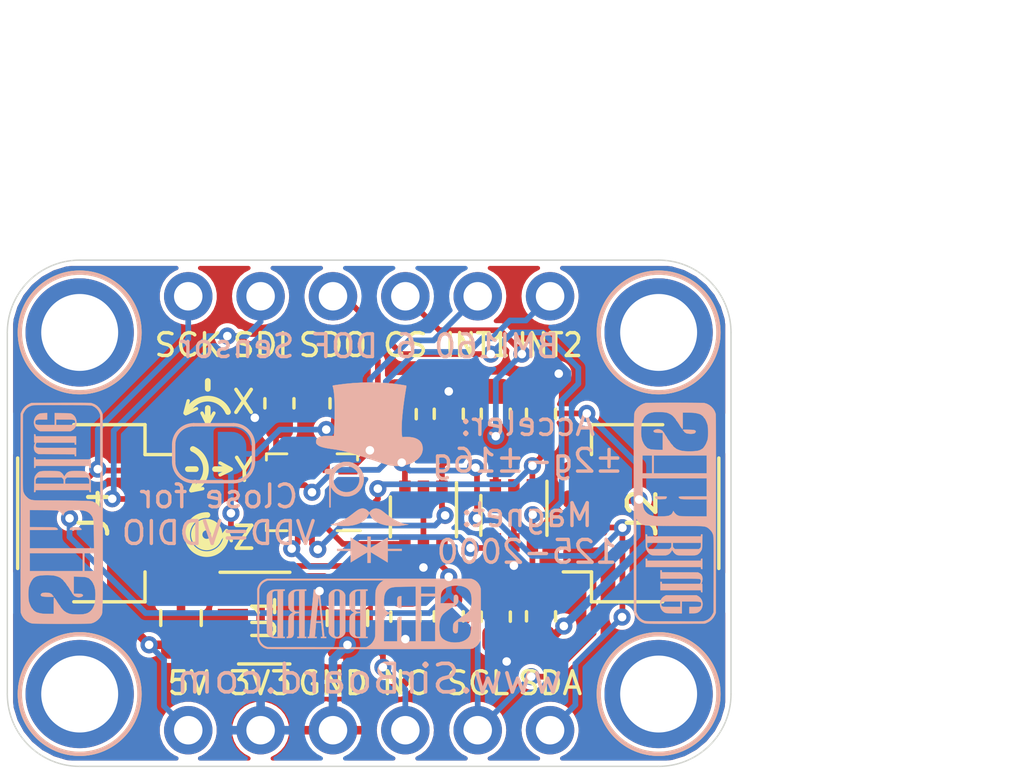
<source format=kicad_pcb>
(kicad_pcb (version 20171130) (host pcbnew "(5.1.2)-2")
  (title_block (title "BMI160 Breakout with 5V Level Shift") (date 2020-03-08) (rev 1) (company SirBoard) (comment 1 "Accelerometer = ±4g/ ±8g/ ±12g/ ±16g") (comment 2 "Gyroscope = ±125dps, ±250dps, ±500dps, ±1000dps, ±2000dps") (comment 3 "Digital 6 DOF Sensor with 16 Bit Accelerometer and 16 Bit Gyroscope with I2C and SPI") (comment 4 "BMI160 - SirBlue"))
  (layers (0 F.Cu signal) (31 B.Cu signal) (34 B.Paste user hide) (35 F.Paste user hide) (36 B.SilkS user) (37 F.SilkS user) (38 B.Mask user hide) (39 F.Mask user hide) (44 Edge.Cuts user))
  (net 0 "")
  (net 1 GND)
  (net 2 5V)
  (net 3 3V3)
  (net 4 "Net-(U1-Pad4)")
  (net 5 SCL_5V)
  (net 6 SDA_3V3)
  (net 7 SDA_5V)
  (net 8 SCL_3V3)
  (net 9 CS_5V)
  (net 10 CS_3V3)
  (net 11 SDO_5V)
  (net 12 SDO_3V3)
  (net 13 VDDIO)
  (net 14 INT2)
  (net 15 INT1)
  (net 16 OSDO)
  (net 17 OCSB)
  (net 18 2MAG_SCL)
  (net 19 2MAG_SDA)
  (module Package_LGA:Bosch_LGA-14_3x2.5mm_P0.5mm (layer F.Cu) (at 63.2714 35.2298 180)
    (fp_text reference U2 hide)
    (fp_text value BMI160)
    (pad 11 smd rect (at 1.2625 -0.75 180) (size 0.675 0.25) (layers F.Cu F.Paste F.Mask) (net 16 OSDO))
    (pad 10 smd rect (at 1.2625 -0.25 180) (size 0.675 0.25) (layers F.Cu F.Paste F.Mask) (net 17 OCSB))
    (pad 9 smd rect (at 1.2625 0.25 180) (size 0.675 0.25) (layers F.Cu F.Paste F.Mask) (net 14 INT2))
    (pad 8 smd rect (at 1.2625 0.75 180) (size 0.675 0.25) (layers F.Cu F.Paste F.Mask) (net 3 3V3))
    (pad 4 smd rect (at -1.2625 0.75 180) (size 0.675 0.25) (layers F.Cu F.Paste F.Mask) (net 15 INT1))
    (pad 3 smd rect (at -1.2625 0.25 180) (size 0.675 0.25) (layers F.Cu F.Paste F.Mask) (net 18 2MAG_SCL))
    (pad 2 smd rect (at -1.2625 -0.25 180) (size 0.675 0.25) (layers F.Cu F.Paste F.Mask) (net 19 2MAG_SDA))
    (pad 1 smd rect (at -1.2625 -0.75 180) (size 0.675 0.25) (layers F.Cu F.Paste F.Mask) (net 12 SDO_3V3))
    (pad 7 smd rect (at 0.5 1.0125 180) (size 0.25 0.675) (layers F.Cu F.Paste F.Mask) (net 1 GND))
    (pad 6 smd rect (at 0 1.0125 180) (size 0.25 0.675) (layers F.Cu F.Paste F.Mask) (net 1 GND))
    (pad 5 smd rect (at -0.5 1.0125 180) (size 0.25 0.675) (layers F.Cu F.Paste F.Mask) (net 13 VDDIO))
    (pad 12 smd rect (at 0.5 -1.0125 180) (size 0.25 0.675) (layers F.Cu F.Paste F.Mask) (net 10 CS_3V3))
    (pad 14 smd rect (at -0.5 -1.0125 180) (size 0.25 0.675) (layers F.Cu F.Paste F.Mask) (net 6 SDA_3V3))
    (pad 13 smd rect (at 0 -1.0125 180) (size 0.25 0.675) (layers F.Cu F.Paste F.Mask) (net 8 SCL_3V3))
  )
  (module Jumper:SolderJumper-2_P1.3mm_Open_RoundedPad1.0x1.5mm (layer B.Cu) (at 59.817 33.8582)
    (fp_text reference JP1 hide)
    (fp_text value SolderJumper_2_Open)
    (pad 1 smd custom (at -0.65 0) (size 1 0.5) (layers B.Cu B.Mask) (net 3 3V3) (options (clearance outline) (anchor rect)) (primitives (gr_circle (center 0 -0.25) (end 0.5 -0.25) (width 0)) (gr_circle (center 0 0.25) (end 0.5 0.25) (width 0)) (gr_poly (pts (xy 0 0.75) (xy 0.5 0.75) (xy 0.5 -0.75) (xy 0 -0.75)) (width 0))))
    (pad 2 smd custom (at 0.65 0) (size 1 0.5) (layers B.Cu B.Mask) (net 13 VDDIO) (options (clearance outline) (anchor rect)) (primitives (gr_circle (center 0 -0.25) (end 0.5 -0.25) (width 0)) (gr_circle (center 0 0.25) (end 0.5 0.25) (width 0)) (gr_poly (pts (xy 0 0.75) (xy -0.5 0.75) (xy -0.5 -0.75) (xy 0 -0.75)) (width 0))))
  )
  (module Capacitor_SMD:C_0603_1608Metric (layer F.Cu) (at 64.4144 32.1056 90)
    (fp_text reference C5 hide)
    (fp_text value 100nF)
    (pad 2 smd roundrect (at 0.7875 0 90) (size 0.875 0.95) (layers F.Cu F.Paste F.Mask) (net 1 GND))
    (pad 1 smd roundrect (at -0.7875 0 90) (size 0.875 0.95) (layers F.Cu F.Paste F.Mask) (net 13 VDDIO))
  )
  (module Capacitor_SMD:C_0603_1608Metric (layer F.Cu) (at 62.1284 32.1056 90)
    (fp_text reference C3 hide)
    (fp_text value 1uF)
    (pad 2 smd roundrect (at 0.7875 0 90) (size 0.875 0.95) (layers F.Cu F.Paste F.Mask) (net 1 GND))
    (pad 1 smd roundrect (at -0.7875 0 90) (size 0.875 0.95) (layers F.Cu F.Paste F.Mask) (net 3 3V3))
  )
  (module logo:SirBoard79x25 (layer B.Cu) (at 65.278 39.497 180)
    (fp_text reference G*** hide)
    (fp_text value LOGO hide)
  )
  (module logo:logo63x89 (layer B.Cu) (at 65.278 34.544 180)
    (fp_text reference G*** hide)
    (fp_text value LOGO hide)
  )
  (module logo:SirBlue78x29 (layer B.Cu) (at 76.0095 35.9664 270)
    (fp_text reference G*** hide)
    (fp_text value LOGO hide)
  )
  (module logo:SirBlue78x29 (layer B.Cu) (at 54.483 35.9664 90)
    (fp_text reference G*** hide)
    (fp_text value LOGO hide)
  )
  (module Connector_PinHeader_2.54mm:PinHeader_1x06_P2.54mm_Vertical (layer B.Cu) (at 58.928 28.3464 270)
    (fp_text reference J3 hide)
    (fp_text value Conn_01x06)
    (pad 6 thru_hole oval (at 0 -12.7 270) (size 1.7 1.7) (drill 1) (layers *.Cu *.Mask) (net 14 INT2))
    (pad 5 thru_hole oval (at 0 -10.16 270) (size 1.7 1.7) (drill 1) (layers *.Cu *.Mask) (net 15 INT1))
    (pad 4 thru_hole oval (at 0 -7.62 270) (size 1.7 1.7) (drill 1) (layers *.Cu *.Mask) (net 9 CS_5V))
    (pad 3 thru_hole oval (at 0 -5.08 270) (size 1.7 1.7) (drill 1) (layers *.Cu *.Mask) (net 11 SDO_5V))
    (pad 2 thru_hole oval (at 0 -2.54 270) (size 1.7 1.7) (drill 1) (layers *.Cu *.Mask) (net 7 SDA_5V))
    (pad 1 thru_hole circle (at 0 0 270) (size 1.7 1.7) (drill 1) (layers *.Cu *.Mask) (net 5 SCL_5V))
  )
  (module Connector_PinHeader_2.54mm:PinHeader_1x06_P2.54mm_Vertical (layer B.Cu) (at 58.928 43.5864 270)
    (fp_text reference J1 hide)
    (fp_text value Conn_01x06)
    (pad 1 thru_hole circle (at 0 0 270) (size 1.7 1.7) (drill 1) (layers *.Cu *.Mask) (net 2 5V))
    (pad 2 thru_hole oval (at 0 -2.54 270) (size 1.7 1.7) (drill 1) (layers *.Cu *.Mask) (net 3 3V3))
    (pad 3 thru_hole oval (at 0 -5.08 270) (size 1.7 1.7) (drill 1) (layers *.Cu *.Mask) (net 1 GND))
    (pad 4 thru_hole oval (at 0 -7.62 270) (size 1.7 1.7) (drill 1) (layers *.Cu *.Mask) (net 13 VDDIO))
    (pad 5 thru_hole oval (at 0 -10.16 270) (size 1.7 1.7) (drill 1) (layers *.Cu *.Mask) (net 5 SCL_5V))
    (pad 6 thru_hole oval (at 0 -12.7 270) (size 1.7 1.7) (drill 1) (layers *.Cu *.Mask) (net 7 SDA_5V))
  )
  (module Package_TO_SOT_SMD:SOT-23-5 (layer F.Cu) (at 61.595 39.6494)
    (fp_text reference U1 (at 0 0 90) (layer F.SilkS) (effects (font (size 0.8 0.8) (thickness 0.12))))
    (fp_text value AP2127K-3.3)
    (pad 5 smd rect (at 1.1 -0.95) (size 1.06 0.65) (layers F.Cu F.Paste F.Mask) (net 3 3V3))
    (pad 4 smd rect (at 1.1 0.95) (size 1.06 0.65) (layers F.Cu F.Paste F.Mask) (net 4 "Net-(U1-Pad4)"))
    (pad 3 smd rect (at -1.1 0.95) (size 1.06 0.65) (layers F.Cu F.Paste F.Mask) (net 2 5V))
    (pad 2 smd rect (at -1.1 0) (size 1.06 0.65) (layers F.Cu F.Paste F.Mask) (net 1 GND))
    (pad 1 smd rect (at -1.1 -0.95) (size 1.06 0.65) (layers F.Cu F.Paste F.Mask) (net 2 5V))
  )
  (module Connector_JST:JST_SH_SM04B-SRSS-TB_1x04-1MP_P1.00mm_Horizontal (layer F.Cu) (at 55.626 35.9664 270)
    (fp_text reference J4 (at 0 0 270) (layer F.SilkS))
    (fp_text value Conn_01x04)
    (pad 1 smd roundrect (at -1.5 -2 270) (size 0.6 1.55) (layers F.Cu F.Paste F.Mask) (net 5 SCL_5V))
    (pad 2 smd roundrect (at -0.5 -2 270) (size 0.6 1.55) (layers F.Cu F.Paste F.Mask) (net 7 SDA_5V))
    (pad 3 smd roundrect (at 0.5 -2 270) (size 0.6 1.55) (layers F.Cu F.Paste F.Mask) (net 2 5V))
    (pad 4 smd roundrect (at 1.5 -2 270) (size 0.6 1.55) (layers F.Cu F.Paste F.Mask) (net 1 GND))
    (pad MP smd roundrect (at -2.8 1.875 270) (size 1.2 1.8) (layers F.Cu F.Paste F.Mask) (roundrect_rratio 0.208333))
    (pad MP smd roundrect (at 2.8 1.875 270) (size 1.2 1.8) (layers F.Cu F.Paste F.Mask) (roundrect_rratio 0.208333))
  )
  (module Connector_JST:JST_SH_SM04B-SRSS-TB_1x04-1MP_P1.00mm_Horizontal (layer F.Cu) (at 74.8665 35.9664 90)
    (fp_text reference J2 (at 0 0 90) (layer F.SilkS))
    (fp_text value Conn_01x04)
    (pad 1 smd roundrect (at -1.5 -2 90) (size 0.6 1.55) (layers F.Cu F.Paste F.Mask) (net 5 SCL_5V))
    (pad 2 smd roundrect (at -0.5 -2 90) (size 0.6 1.55) (layers F.Cu F.Paste F.Mask) (net 7 SDA_5V))
    (pad 3 smd roundrect (at 0.5 -2 90) (size 0.6 1.55) (layers F.Cu F.Paste F.Mask) (net 2 5V))
    (pad 4 smd roundrect (at 1.5 -2 90) (size 0.6 1.55) (layers F.Cu F.Paste F.Mask) (net 1 GND))
    (pad MP smd roundrect (at -2.8 1.875 90) (size 1.2 1.8) (layers F.Cu F.Paste F.Mask) (roundrect_rratio 0.208333))
    (pad MP smd roundrect (at 2.8 1.875 90) (size 1.2 1.8) (layers F.Cu F.Paste F.Mask) (roundrect_rratio 0.208333))
  )
  (module Capacitor_SMD:C_0805_2012Metric (layer F.Cu) (at 64.516 39.6494 270)
    (fp_text reference C4 hide)
    (fp_text value 10uF)
    (pad 2 smd roundrect (at 0.9375 0 270) (size 0.975 1.4) (layers F.Cu F.Paste F.Mask) (net 1 GND))
    (pad 1 smd roundrect (at -0.9375 0 270) (size 0.975 1.4) (layers F.Cu F.Paste F.Mask) (net 3 3V3))
  )
  (module Capacitor_SMD:C_0805_2012Metric (layer F.Cu) (at 58.674 39.6494 90)
    (fp_text reference C1 hide)
    (fp_text value 10uF)
    (pad 2 smd roundrect (at 0.9375 0 90) (size 0.975 1.4) (layers F.Cu F.Paste F.Mask) (net 1 GND))
    (pad 1 smd roundrect (at -0.9375 0 90) (size 0.975 1.4) (layers F.Cu F.Paste F.Mask) (net 2 5V))
  )
  (module SirBoardLibrary:MountingHole_M2.5_SirBoard (layer F.Cu) (at 55.118 42.3164 270)
    (fp_text reference H1 hide)
    (fp_text value MountingHole)
    (pad 1 thru_hole circle (at 0 0 270) (size 3.8 3.8) (drill 2.7) (layers *.Cu *.Mask))
  )
  (module SirBoardLibrary:MountingHole_M2.5_SirBoard (layer F.Cu) (at 55.118 29.6164 270)
    (fp_text reference H2 hide)
    (fp_text value MountingHole)
    (pad 1 thru_hole circle (at 0 0 270) (size 3.8 3.8) (drill 2.7) (layers *.Cu *.Mask))
  )
  (module SirBoardLibrary:MountingHole_M2.5_SirBoard (layer F.Cu) (at 75.438 42.3164 90)
    (fp_text reference H3 hide)
    (fp_text value MountingHole)
    (pad 1 thru_hole circle (at 0 0 90) (size 3.8 3.8) (drill 2.7) (layers *.Cu *.Mask))
  )
  (module SirBoardLibrary:MountingHole_M2.5_SirBoard (layer F.Cu) (at 75.438 29.6164 90)
    (fp_text reference H4 hide)
    (fp_text value MountingHole)
    (pad 1 thru_hole circle (at 0 0 90) (size 3.8 3.8) (drill 2.7) (layers *.Cu *.Mask))
  )
  (module Resistor_SMD:R_0603_1608Metric (layer F.Cu) (at 66.421 32.4866 270)
    (fp_text reference R8 hide)
    (fp_text value 10K)
    (pad 2 smd roundrect (at 0.7875 0 270) (size 0.875 0.95) (layers F.Cu F.Paste F.Mask) (net 7 SDA_5V))
    (pad 1 smd roundrect (at -0.7875 0 270) (size 0.875 0.95) (layers F.Cu F.Paste F.Mask) (net 2 5V))
  )
  (module Resistor_SMD:R_0603_1608Metric (layer F.Cu) (at 66.548 39.5986 270)
    (fp_text reference R7 hide)
    (fp_text value 10K)
    (pad 2 smd roundrect (at 0.7875 0 270) (size 0.875 0.95) (layers F.Cu F.Paste F.Mask) (net 3 3V3))
    (pad 1 smd roundrect (at -0.7875 0 270) (size 0.875 0.95) (layers F.Cu F.Paste F.Mask) (net 6 SDA_3V3))
  )
  (module Resistor_SMD:R_0603_1608Metric (layer F.Cu) (at 68.072 39.5859 90)
    (fp_text reference R6 hide)
    (fp_text value 10K)
    (pad 2 smd roundrect (at 0.7875 0 90) (size 0.875 0.95) (layers F.Cu F.Paste F.Mask) (net 5 SCL_5V))
    (pad 1 smd roundrect (at -0.7875 0 90) (size 0.875 0.95) (layers F.Cu F.Paste F.Mask) (net 2 5V))
  )
  (module Resistor_SMD:R_0603_1608Metric (layer F.Cu) (at 68.072 32.4739 90)
    (fp_text reference R5 hide)
    (fp_text value 10K)
    (pad 2 smd roundrect (at 0.7875 0 90) (size 0.875 0.95) (layers F.Cu F.Paste F.Mask) (net 3 3V3))
    (pad 1 smd roundrect (at -0.7875 0 90) (size 0.875 0.95) (layers F.Cu F.Paste F.Mask) (net 8 SCL_3V3))
  )
  (module Resistor_SMD:R_0603_1608Metric (layer F.Cu) (at 69.723 32.4739 270)
    (fp_text reference R4 hide)
    (fp_text value 10K)
    (pad 2 smd roundrect (at 0.7875 0 270) (size 0.875 0.95) (layers F.Cu F.Paste F.Mask) (net 9 CS_5V))
    (pad 1 smd roundrect (at -0.7875 0 270) (size 0.875 0.95) (layers F.Cu F.Paste F.Mask) (net 2 5V))
  )
  (module Resistor_SMD:R_0603_1608Metric (layer F.Cu) (at 69.723 39.5986 270)
    (fp_text reference R3 hide)
    (fp_text value 10K)
    (pad 2 smd roundrect (at 0.7875 0 270) (size 0.875 0.95) (layers F.Cu F.Paste F.Mask) (net 3 3V3))
    (pad 1 smd roundrect (at -0.7875 0 270) (size 0.875 0.95) (layers F.Cu F.Paste F.Mask) (net 10 CS_3V3))
  )
  (module Resistor_SMD:R_0603_1608Metric (layer F.Cu) (at 71.3105 39.5859 90)
    (fp_text reference R2 hide)
    (fp_text value 10K)
    (pad 2 smd roundrect (at 0.7875 0 90) (size 0.875 0.95) (layers F.Cu F.Paste F.Mask) (net 11 SDO_5V))
    (pad 1 smd roundrect (at -0.7875 0 90) (size 0.875 0.95) (layers F.Cu F.Paste F.Mask) (net 2 5V))
  )
  (module Resistor_SMD:R_0603_1608Metric (layer F.Cu) (at 71.3105 32.4739 90)
    (fp_text reference R1 hide)
    (fp_text value 10K)
    (pad 2 smd roundrect (at 0.7875 0 90) (size 0.875 0.95) (layers F.Cu F.Paste F.Mask) (net 3 3V3))
    (pad 1 smd roundrect (at -0.7875 0 90) (size 0.875 0.95) (layers F.Cu F.Paste F.Mask) (net 12 SDO_3V3))
  )
  (module Package_TO_SOT_SMD:SOT-363_SC-70-6 (layer F.Cu) (at 67.183 36.0934 270)
    (fp_text reference Q2 hide)
    (fp_text value BSS138DW)
    (pad 6 smd rect (at 0.95 -0.65 270) (size 0.65 0.4) (layers F.Cu F.Paste F.Mask) (net 5 SCL_5V))
    (pad 4 smd rect (at 0.95 0.65 270) (size 0.65 0.4) (layers F.Cu F.Paste F.Mask) (net 6 SDA_3V3))
    (pad 2 smd rect (at -0.95 0 270) (size 0.65 0.4) (layers F.Cu F.Paste F.Mask) (net 3 3V3))
    (pad 5 smd rect (at 0.95 0 270) (size 0.65 0.4) (layers F.Cu F.Paste F.Mask) (net 3 3V3))
    (pad 3 smd rect (at -0.95 0.65 270) (size 0.65 0.4) (layers F.Cu F.Paste F.Mask) (net 7 SDA_5V))
    (pad 1 smd rect (at -0.95 -0.65 270) (size 0.65 0.4) (layers F.Cu F.Paste F.Mask) (net 8 SCL_3V3))
  )
  (module Package_TO_SOT_SMD:SOT-363_SC-70-6 (layer F.Cu) (at 70.358 36.0426 270)
    (fp_text reference Q1 hide)
    (fp_text value BSS138DW)
    (pad 6 smd rect (at 0.95 -0.65 270) (size 0.65 0.4) (layers F.Cu F.Paste F.Mask) (net 11 SDO_5V))
    (pad 4 smd rect (at 0.95 0.65 270) (size 0.65 0.4) (layers F.Cu F.Paste F.Mask) (net 10 CS_3V3))
    (pad 2 smd rect (at -0.95 0 270) (size 0.65 0.4) (layers F.Cu F.Paste F.Mask) (net 3 3V3))
    (pad 5 smd rect (at 0.95 0 270) (size 0.65 0.4) (layers F.Cu F.Paste F.Mask) (net 3 3V3))
    (pad 3 smd rect (at -0.95 0.65 270) (size 0.65 0.4) (layers F.Cu F.Paste F.Mask) (net 9 CS_5V))
    (pad 1 smd rect (at -0.95 -0.65 270) (size 0.65 0.4) (layers F.Cu F.Paste F.Mask) (net 12 SDO_3V3))
  )
  (gr_text NC (at 66.548 41.9354) (layer F.SilkS) (effects (font (size 0.8 0.8) (thickness 0.12))))
  (gr_text "Magnet:\n125-2000" (at 70.8152 36.6776) (layer B.SilkS) (effects (font (size 0.8 0.8) (thickness 0.12)) (justify mirror)))
  (gr_line (start 58.8391 32.4739) (end 59.2201 32.2961) (layer F.SilkS) (width 0.12))
  (gr_line (start 58.928 32.0167) (end 58.8137 32.4485) (layer F.SilkS) (width 0.12))
  (gr_arc (start 59.6138 32.7152) (end 60.325 32.4104) (angle -132.8389205) (layer F.SilkS) (width 0.2))
  (gr_line (start 59.6138 31.3182) (end 59.6138 31.5976) (layer F.SilkS) (width 0.2))
  (gr_line (start 59.6138 32.2707) (end 59.6138 32.7533) (layer F.SilkS) (width 0.2))
  (gr_arc (start 59.5757 36.7157) (end 59.6011 36.0299) (angle -272.1210964) (layer F.SilkS) (width 0.2))
  (gr_circle (center 59.5757 36.7157) (end 59.7257 36.7157) (layer F.SilkS) (width 0.4))
  (gr_line (start 59.6138 32.8422) (end 59.8297 32.4485) (layer F.SilkS) (width 0.12))
  (gr_line (start 59.6011 32.8295) (end 59.4106 32.4485) (layer F.SilkS) (width 0.12))
  (gr_line (start 60.4266 34.4297) (end 60.0456 34.6202) (layer F.SilkS) (width 0.12))
  (gr_line (start 60.4393 34.417) (end 60.0456 34.2011) (layer F.SilkS) (width 0.12))
  (gr_line (start 59.8678 34.417) (end 60.3504 34.417) (layer F.SilkS) (width 0.2))
  (gr_line (start 58.9153 34.417) (end 59.1947 34.417) (layer F.SilkS) (width 0.2))
  (gr_arc (start 58.7756 34.417) (end 59.0804 35.1282) (angle -132.8389205) (layer F.SilkS) (width 0.2))
  (gr_line (start 59.0296 35.179) (end 59.436 35.1028) (layer F.SilkS) (width 0.12))
  (gr_line (start 59.1693 34.8488) (end 59.0169 35.1663) (layer F.SilkS) (width 0.12))
  (gr_line (start 60.2869 36.5887) (end 60.4393 36.9316) (layer F.SilkS) (width 0.12))
  (gr_line (start 60.2742 36.576) (end 60.0329 36.8808) (layer F.SilkS) (width 0.12))
  (gr_text X (at 60.8711 32.0548) (layer F.SilkS) (effects (font (size 0.8 0.8) (thickness 0.13))))
  (gr_text Z (at 60.8838 36.7538 180) (layer F.SilkS) (effects (font (size 0.8 0.8) (thickness 0.13))))
  (gr_text Y (at 60.8965 34.4424) (layer F.SilkS) (effects (font (size 0.8 0.8) (thickness 0.13))))
  (gr_text "BMI160 6 DOF Sensor" (at 65.278 30.099) (layer B.SilkS) (effects (font (size 0.8 0.8) (thickness 0.12)) (justify mirror)))
  (gr_text "Close for\nVDD=VDDIO" (at 59.9948 36.0172) (layer B.SilkS) (effects (font (size 0.8 0.8) (thickness 0.12)) (justify mirror)))
  (gr_text "Acceler:\n±2g-±16g" (at 70.8406 33.4772) (layer B.SilkS) (effects (font (size 0.8 0.8) (thickness 0.12)) (justify mirror)))
  (gr_text INT2 (at 71.628 30.0609) (layer F.SilkS) (effects (font (size 0.8 0.7) (thickness 0.12))))
  (gr_text INT1 (at 69.088 30.0609) (layer F.SilkS) (effects (font (size 0.8 0.7) (thickness 0.12))))
  (gr_text SCK (at 58.928 30.0609) (layer F.SilkS) (effects (font (size 0.8 0.8) (thickness 0.12))))
  (gr_text SDI (at 61.468 30.0609) (layer F.SilkS) (effects (font (size 0.8 0.8) (thickness 0.12))))
  (gr_text SDO (at 64.008 30.0609) (layer F.SilkS) (effects (font (size 0.8 0.8) (thickness 0.12))))
  (gr_text CS (at 66.548 30.0609) (layer F.SilkS) (effects (font (size 0.8 0.8) (thickness 0.12))))
  (gr_text 5V (at 58.928 41.9354) (layer F.SilkS) (effects (font (size 0.8 0.8) (thickness 0.12))))
  (gr_text 3V3 (at 61.468 41.9354) (layer F.SilkS) (effects (font (size 0.8 0.8) (thickness 0.12))))
  (gr_text GND (at 64.008 41.9354) (layer F.SilkS) (effects (font (size 0.8 0.8) (thickness 0.12))))
  (gr_text SCL (at 69.088 41.9354) (layer F.SilkS) (effects (font (size 0.8 0.8) (thickness 0.12))))
  (gr_text SDA (at 71.628 41.9354) (layer F.SilkS) (effects (font (size 0.8 0.8) (thickness 0.12))))
  (gr_arc (start 55.118 29.6164) (end 55.118 27.0764) (angle -90) (layer Edge.Cuts) (width 0.05))
  (gr_arc (start 75.438 29.6164) (end 77.978 29.6164) (angle -90) (layer Edge.Cuts) (width 0.05))
  (gr_arc (start 75.438 42.3164) (end 75.438 44.8564) (angle -90) (layer Edge.Cuts) (width 0.05))
  (gr_arc (start 55.118 42.3164) (end 52.578 42.3164) (angle -90) (layer Edge.Cuts) (width 0.05))
  (gr_line (start 52.578 42.3164) (end 52.578 29.6164) (layer Edge.Cuts) (width 0.05))
  (gr_line (start 55.118 27.0764) (end 75.438 27.0764) (layer Edge.Cuts) (width 0.05))
  (gr_line (start 77.978 29.6164) (end 77.978 42.3164) (layer Edge.Cuts) (width 0.05))
  (gr_line (start 75.438 44.8564) (end 55.118 44.8564) (layer Edge.Cuts) (width 0.05))
  (gr_text www.SirBoard.com (at 65.278 41.783) (layer B.SilkS) (effects (font (size 1 1) (thickness 0.13)) (justify mirror)))
  (via (at 64.516 40.5892) (size 0.6) (drill 0.3) (layers F.Cu B.Cu) (net 1))
  (segment (start 64.008 41.0972) (end 64.516 40.5892) (width 0.3) (layer B.Cu) (net 1))
  (segment (start 64.008 43.5864) (end 64.008 41.0972) (width 0.3) (layer B.Cu) (net 1))
  (segment (start 58.6865 40.5994) (end 58.674 40.5869) (width 0.3) (layer F.Cu) (net 2))
  (segment (start 60.495 40.5994) (end 58.6865 40.5994) (width 0.3) (layer F.Cu) (net 2))
  (segment (start 61.2165 40.5994) (end 60.495 40.5994) (width 0.3) (layer F.Cu) (net 2))
  (segment (start 61.468 40.3479) (end 61.2165 40.5994) (width 0.3) (layer F.Cu) (net 2))
  (segment (start 61.468 38.9509) (end 61.468 40.3479) (width 0.3) (layer F.Cu) (net 2))
  (segment (start 60.495 38.6994) (end 61.2165 38.6994) (width 0.3) (layer F.Cu) (net 2))
  (segment (start 61.2165 38.6994) (end 61.468 38.9509) (width 0.3) (layer F.Cu) (net 2))
  (segment (start 70.848888 39.911788) (end 71.3105 40.3734) (width 0.2) (layer F.Cu) (net 2))
  (segment (start 70.523 39.5859) (end 70.848888 39.911788) (width 0.2) (layer F.Cu) (net 2))
  (segment (start 68.072 40.3734) (end 68.8595 39.5859) (width 0.2) (layer F.Cu) (net 2))
  (segment (start 68.8595 39.5859) (end 70.523 39.5859) (width 0.2) (layer F.Cu) (net 2))
  (segment (start 69.261388 32.148012) (end 69.723 31.6864) (width 0.2) (layer F.Cu) (net 2))
  (segment (start 68.9355 32.4739) (end 69.261388 32.148012) (width 0.2) (layer F.Cu) (net 2))
  (segment (start 66.421 31.6991) (end 67.1958 32.4739) (width 0.2) (layer F.Cu) (net 2))
  (segment (start 67.1958 32.4739) (end 68.9355 32.4739) (width 0.2) (layer F.Cu) (net 2))
  (via (at 72.1106 39.9288) (size 0.6) (drill 0.3) (layers F.Cu B.Cu) (net 2))
  (segment (start 71.3105 40.3734) (end 71.666 40.3734) (width 0.3) (layer F.Cu) (net 2))
  (segment (start 71.666 40.3734) (end 72.1106 39.9288) (width 0.3) (layer F.Cu) (net 2))
  (segment (start 72.1106 39.9288) (end 75.1078 36.9316) (width 0.3) (layer B.Cu) (net 2))
  (via (at 74.7522 35.4838) (size 0.6) (drill 0.3) (layers F.Cu B.Cu) (net 2))
  (segment (start 75.1078 36.9316) (end 75.1078 35.8394) (width 0.3) (layer B.Cu) (net 2))
  (segment (start 75.1078 35.8394) (end 74.7522 35.4838) (width 0.3) (layer B.Cu) (net 2))
  (segment (start 72.8839 35.4838) (end 72.8665 35.4664) (width 0.3) (layer F.Cu) (net 2))
  (segment (start 74.7522 35.4838) (end 72.8839 35.4838) (width 0.3) (layer F.Cu) (net 2))
  (segment (start 57.5541 40.5869) (end 58.674 40.5869) (width 0.3) (layer F.Cu) (net 2))
  (segment (start 55.7784 38.8112) (end 57.5541 40.5869) (width 0.3) (layer F.Cu) (net 2))
  (segment (start 55.7784 37.0586) (end 55.7784 38.8112) (width 0.3) (layer F.Cu) (net 2))
  (segment (start 57.626 36.4664) (end 56.3706 36.4664) (width 0.3) (layer F.Cu) (net 2))
  (segment (start 56.3706 36.4664) (end 55.7784 37.0586) (width 0.3) (layer F.Cu) (net 2))
  (segment (start 60.495 41.3434) (end 60.495 40.5994) (width 0.3) (layer F.Cu) (net 2))
  (segment (start 61.2648 42.1132) (end 60.495 41.3434) (width 0.3) (layer F.Cu) (net 2))
  (segment (start 57.5541 40.5869) (end 57.5541 40.5869) (width 0.3) (layer F.Cu) (net 2))
  (via (at 57.5541 40.5869) (size 0.6) (drill 0.3) (layers F.Cu B.Cu) (net 2))
  (segment (start 57.854099 40.886899) (end 57.5541 40.5869) (width 0.2) (layer B.Cu) (net 2))
  (segment (start 58.078001 41.110801) (end 57.854099 40.886899) (width 0.2) (layer B.Cu) (net 2))
  (segment (start 58.078001 42.736401) (end 58.078001 41.110801) (width 0.2) (layer B.Cu) (net 2))
  (segment (start 58.928 43.5864) (end 58.078001 42.736401) (width 0.2) (layer B.Cu) (net 2))
  (segment (start 72.492746 32.4612) (end 72.91701 32.4612) (width 0.2) (layer F.Cu) (net 2))
  (segment (start 73.217009 32.761199) (end 72.91701 32.4612) (width 0.2) (layer B.Cu) (net 2))
  (segment (start 74.7522 34.29639) (end 73.217009 32.761199) (width 0.2) (layer B.Cu) (net 2))
  (segment (start 70.4978 32.4612) (end 72.492746 32.4612) (width 0.2) (layer F.Cu) (net 2))
  (segment (start 69.723 31.6864) (end 70.4978 32.4612) (width 0.2) (layer F.Cu) (net 2))
  (via (at 72.91701 32.4612) (size 0.6) (drill 0.3) (layers F.Cu B.Cu) (net 2))
  (segment (start 74.7522 35.4838) (end 74.7522 34.29639) (width 0.2) (layer B.Cu) (net 2))
  (segment (start 68.072 40.3734) (end 66.3322 42.1132) (width 0.3) (layer F.Cu) (net 2))
  (segment (start 66.3322 42.1132) (end 61.2648 42.1132) (width 0.3) (layer F.Cu) (net 2))
  (segment (start 64.5035 38.6994) (end 64.516 38.7119) (width 0.3) (layer F.Cu) (net 3))
  (segment (start 62.695 38.6994) (end 63.5356 38.6994) (width 0.3) (layer F.Cu) (net 3))
  (segment (start 63.561 38.6994) (end 64.5035 38.6994) (width 0.3) (layer F.Cu) (net 3))
  (via (at 66.548 40.386) (size 0.6) (drill 0.3) (layers F.Cu B.Cu) (net 3))
  (segment (start 66.1902 40.3861) (end 66.548 40.3861) (width 0.2) (layer F.Cu) (net 3))
  (segment (start 67.183 37.0434) (end 67.183 35.1434) (width 0.2) (layer F.Cu) (net 3))
  (segment (start 70.358 35.0926) (end 70.358 36.9926) (width 0.2) (layer F.Cu) (net 3))
  (via (at 67.183 37.8714) (size 0.6) (drill 0.3) (layers F.Cu B.Cu) (net 3))
  (segment (start 67.183 37.0434) (end 67.183 37.8714) (width 0.2) (layer F.Cu) (net 3))
  (via (at 70.104 41.1734) (size 0.6) (drill 0.3) (layers F.Cu B.Cu) (net 3))
  (segment (start 69.723 40.3861) (end 69.723 40.7924) (width 0.2) (layer F.Cu) (net 3))
  (segment (start 69.723 40.7924) (end 70.104 41.1734) (width 0.2) (layer F.Cu) (net 3))
  (via (at 71.9328 31.0642) (size 0.6) (drill 0.3) (layers F.Cu B.Cu) (net 3))
  (segment (start 71.3105 31.6864) (end 71.3106 31.6864) (width 0.3) (layer F.Cu) (net 3))
  (segment (start 71.3106 31.6864) (end 71.9328 31.0642) (width 0.3) (layer F.Cu) (net 3))
  (segment (start 63.5356 38.6994) (end 63.561 38.6994) (width 0.3) (layer F.Cu) (net 3))
  (segment (start 70.358 36.9926) (end 70.358 37.8079) (width 0.2) (layer F.Cu) (net 3))
  (via (at 70.358 37.8079) (size 0.6) (drill 0.3) (layers F.Cu B.Cu) (net 3))
  (segment (start 63.5356 38.6994) (end 63.5356 38.6994) (width 0.3) (layer F.Cu) (net 3))
  (via (at 63.5356 38.6994) (size 0.6) (drill 0.3) (layers F.Cu B.Cu) (net 3))
  (segment (start 62.0089 33.0126) (end 62.1284 32.8931) (width 0.2) (layer F.Cu) (net 3))
  (segment (start 62.0089 34.4798) (end 62.0089 33.0126) (width 0.2) (layer F.Cu) (net 3))
  (segment (start 62.1284 32.8931) (end 61.5443 32.8931) (width 0.2) (layer F.Cu) (net 3))
  (via (at 61.2648 32.6136) (size 0.6) (drill 0.3) (layers F.Cu B.Cu) (net 3))
  (segment (start 61.5443 32.8931) (end 61.2648 32.6136) (width 0.2) (layer F.Cu) (net 3))
  (segment (start 60.840536 32.6136) (end 61.2648 32.6136) (width 0.2) (layer B.Cu) (net 3))
  (segment (start 59.7662 32.6136) (end 60.840536 32.6136) (width 0.2) (layer B.Cu) (net 3))
  (segment (start 59.2074 33.909) (end 59.2074 33.1724) (width 0.2) (layer B.Cu) (net 3))
  (segment (start 59.2074 33.1724) (end 59.7662 32.6136) (width 0.2) (layer B.Cu) (net 3))
  (via (at 68.072005 31.686395) (size 0.6) (drill 0.3) (layers F.Cu B.Cu) (net 3))
  (segment (start 68.072 31.6864) (end 68.072005 31.686395) (width 0.3) (layer F.Cu) (net 3))
  (segment (start 67.833 37.0434) (end 67.833 37.8229) (width 0.2) (layer F.Cu) (net 5))
  (segment (start 68.072 38.0619) (end 68.072 38.7984) (width 0.2) (layer F.Cu) (net 5))
  (segment (start 67.833 37.8229) (end 68.072 38.0619) (width 0.2) (layer F.Cu) (net 5))
  (via (at 68.072 38.2016) (size 0.6) (drill 0.3) (layers F.Cu B.Cu) (net 5))
  (segment (start 68.072 38.0619) (end 68.071994 38.061906) (width 0.2) (layer F.Cu) (net 5))
  (segment (start 70.9676 41.7068) (end 69.088 43.5864) (width 0.2) (layer B.Cu) (net 5))
  (segment (start 71.628 41.7068) (end 70.9676 41.7068) (width 0.2) (layer F.Cu) (net 5))
  (segment (start 73.152 40.1828) (end 71.628 41.7068) (width 0.2) (layer F.Cu) (net 5))
  (segment (start 72.8665 37.4664) (end 73.152 37.7519) (width 0.2) (layer F.Cu) (net 5))
  (segment (start 73.152 37.7519) (end 73.152 40.1828) (width 0.2) (layer F.Cu) (net 5))
  (via (at 54.7624 36.1442) (size 0.6) (drill 0.3) (layers F.Cu B.Cu) (net 5))
  (segment (start 54.7624 35.3822) (end 54.7624 36.1442) (width 0.2) (layer F.Cu) (net 5))
  (segment (start 57.626 34.4664) (end 55.6782 34.4664) (width 0.2) (layer F.Cu) (net 5))
  (segment (start 55.6782 34.4664) (end 54.7624 35.3822) (width 0.2) (layer F.Cu) (net 5))
  (via (at 55.753 34.417) (size 0.6) (drill 0.3) (layers F.Cu B.Cu) (net 5))
  (segment (start 55.753 33.02) (end 55.753 34.417) (width 0.2) (layer B.Cu) (net 5))
  (segment (start 58.928 28.3464) (end 58.928 29.845) (width 0.2) (layer B.Cu) (net 5))
  (segment (start 58.928 29.845) (end 55.753 33.02) (width 0.2) (layer B.Cu) (net 5))
  (segment (start 68.072 38.7984) (end 68.072 38.2016) (width 0.2) (layer B.Cu) (net 5))
  (segment (start 69.088 39.8144) (end 68.072 38.7984) (width 0.2) (layer B.Cu) (net 5))
  (segment (start 69.088 43.5864) (end 69.088 39.8144) (width 0.2) (layer B.Cu) (net 5))
  (segment (start 67.3988 39.4716) (end 68.072 38.7984) (width 0.2) (layer B.Cu) (net 5))
  (segment (start 57.4294 39.4716) (end 67.3988 39.4716) (width 0.2) (layer B.Cu) (net 5))
  (segment (start 54.7624 36.1442) (end 54.7624 36.8046) (width 0.2) (layer B.Cu) (net 5))
  (segment (start 54.7624 36.8046) (end 57.4294 39.4716) (width 0.2) (layer B.Cu) (net 5))
  (segment (start 70.9676 41.7068) (end 70.9676 41.7068) (width 0.2) (layer F.Cu) (net 5))
  (via (at 70.9676 41.7068) (size 0.6) (drill 0.3) (layers F.Cu B.Cu) (net 5))
  (segment (start 66.533 38.7961) (end 66.548 38.8111) (width 0.2) (layer F.Cu) (net 6))
  (segment (start 66.533 37.0434) (end 66.533 38.7961) (width 0.2) (layer F.Cu) (net 6))
  (segment (start 66.533 37.0434) (end 66.533 36.815) (width 0.2) (layer F.Cu) (net 6))
  (segment (start 66.133 37.0434) (end 66.533 37.0434) (width 0.2) (layer F.Cu) (net 6))
  (segment (start 64.36 37.0434) (end 66.133 37.0434) (width 0.2) (layer F.Cu) (net 6))
  (segment (start 63.7714 36.4548) (end 64.36 37.0434) (width 0.2) (layer F.Cu) (net 6))
  (segment (start 63.7714 36.2423) (end 63.7714 36.4548) (width 0.2) (layer F.Cu) (net 6))
  (segment (start 66.421 33.2741) (end 66.421 34.1884) (width 0.2) (layer F.Cu) (net 7))
  (segment (start 66.533 34.3004) (end 66.533 35.1434) (width 0.2) (layer F.Cu) (net 7))
  (segment (start 66.421 34.1884) (end 66.533 34.3004) (width 0.2) (layer F.Cu) (net 7))
  (segment (start 66.421 34.1884) (end 66.421 34.1884) (width 0.2) (layer F.Cu) (net 7))
  (segment (start 74.16 36.4664) (end 72.8665 36.4664) (width 0.2) (layer F.Cu) (net 7))
  (segment (start 74.168 36.4744) (end 74.16 36.4664) (width 0.2) (layer F.Cu) (net 7))
  (segment (start 74.168 39.637844) (end 74.168 36.4744) (width 0.2) (layer F.Cu) (net 7))
  (segment (start 57.626 35.4664) (end 56.269 35.4664) (width 0.2) (layer F.Cu) (net 7))
  (segment (start 56.269 35.4664) (end 56.261 35.4584) (width 0.2) (layer F.Cu) (net 7))
  (via (at 56.261 35.4584) (size 0.6) (drill 0.3) (layers F.Cu B.Cu) (net 7))
  (via (at 60.2996 29.7434) (size 0.6) (drill 0.3) (layers F.Cu B.Cu) (net 7))
  (segment (start 59.6392 29.7434) (end 60.2996 29.7434) (width 0.2) (layer B.Cu) (net 7))
  (segment (start 56.3118 33.0708) (end 59.6392 29.7434) (width 0.2) (layer B.Cu) (net 7))
  (segment (start 56.261 35.4584) (end 56.3118 35.4076) (width 0.2) (layer B.Cu) (net 7))
  (segment (start 56.3118 35.4076) (end 56.3118 33.0708) (width 0.2) (layer B.Cu) (net 7))
  (segment (start 60.96 29.7434) (end 60.2996 29.7434) (width 0.2) (layer B.Cu) (net 7))
  (segment (start 61.468 28.3464) (end 61.468 29.2354) (width 0.2) (layer B.Cu) (net 7))
  (segment (start 61.468 29.2354) (end 60.96 29.7434) (width 0.2) (layer B.Cu) (net 7))
  (via (at 74.155086 39.6146) (size 0.6) (drill 0.3) (layers F.Cu B.Cu) (net 7))
  (segment (start 72.517 41.252686) (end 74.155086 39.6146) (width 0.2) (layer B.Cu) (net 7))
  (segment (start 71.628 43.5864) (end 72.517 42.6974) (width 0.2) (layer B.Cu) (net 7))
  (segment (start 72.517 42.6974) (end 72.517 41.252686) (width 0.2) (layer B.Cu) (net 7))
  (via (at 69.0626 36.1442) (size 0.6) (drill 0.3) (layers F.Cu B.Cu) (net 7))
  (via (at 74.168 36.4744) (size 0.6) (drill 0.3) (layers F.Cu B.Cu) (net 7))
  (via (at 66.421 34.1884) (size 0.6) (drill 0.3) (layers F.Cu B.Cu) (net 7))
  (via (at 69.0118 34.3662) (size 0.6) (drill 0.3) (layers F.Cu B.Cu) (net 7))
  (segment (start 69.0626 36.1442) (end 69.0626 34.417) (width 0.2) (layer F.Cu) (net 7))
  (segment (start 69.133999 36.215599) (end 69.743599 36.215599) (width 0.2) (layer B.Cu) (net 7))
  (segment (start 69.0626 36.1442) (end 69.133999 36.215599) (width 0.2) (layer B.Cu) (net 7))
  (segment (start 69.743599 36.215599) (end 70.993 37.465) (width 0.2) (layer B.Cu) (net 7))
  (segment (start 73.1774 37.465) (end 74.168 36.4744) (width 0.2) (layer B.Cu) (net 7))
  (segment (start 70.993 37.465) (end 73.1774 37.465) (width 0.2) (layer B.Cu) (net 7))
  (segment (start 69.0626 34.417) (end 69.0118 34.3662) (width 0.2) (layer F.Cu) (net 7))
  (segment (start 68.9102 34.4678) (end 69.0118 34.3662) (width 0.2) (layer B.Cu) (net 7))
  (segment (start 66.421 34.1884) (end 66.7004 34.4678) (width 0.2) (layer B.Cu) (net 7))
  (segment (start 66.7004 34.4678) (end 68.9102 34.4678) (width 0.2) (layer B.Cu) (net 7))
  (segment (start 60.723864 29.7434) (end 60.2996 29.7434) (width 0.2) (layer F.Cu) (net 7))
  (segment (start 66.421 33.274) (end 65.5828 32.4358) (width 0.2) (layer F.Cu) (net 7))
  (segment (start 66.421 33.2741) (end 66.421 33.274) (width 0.2) (layer F.Cu) (net 7))
  (segment (start 65.5828 32.4358) (end 65.5828 30.607) (width 0.2) (layer F.Cu) (net 7))
  (segment (start 65.5828 30.607) (end 64.9986 30.0228) (width 0.2) (layer F.Cu) (net 7))
  (segment (start 64.9986 30.0228) (end 61.003264 30.0228) (width 0.2) (layer F.Cu) (net 7))
  (segment (start 61.003264 30.0228) (end 60.723864 29.7434) (width 0.2) (layer F.Cu) (net 7))
  (segment (start 68.072 33.2614) (end 68.072 34.0614) (width 0.2) (layer F.Cu) (net 8))
  (segment (start 67.833 34.3004) (end 67.833 35.1434) (width 0.2) (layer F.Cu) (net 8))
  (segment (start 68.072 34.0614) (end 67.833 34.3004) (width 0.2) (layer F.Cu) (net 8))
  (segment (start 67.833 34.3004) (end 67.833 34.3004) (width 0.2) (layer F.Cu) (net 8))
  (via (at 63.4746 37.2364) (size 0.6) (drill 0.3) (layers F.Cu B.Cu) (net 8))
  (segment (start 63.2714 36.2423) (end 63.2714 37.0332) (width 0.2) (layer F.Cu) (net 8))
  (segment (start 63.2714 37.0332) (end 63.4746 37.2364) (width 0.2) (layer F.Cu) (net 8))
  (via (at 67.945 36.0426) (size 0.6) (drill 0.3) (layers F.Cu B.Cu) (net 8))
  (segment (start 67.945 36.0426) (end 67.945 35.8648) (width 0.2) (layer F.Cu) (net 8))
  (segment (start 67.833 35.7528) (end 67.833 35.1434) (width 0.2) (layer F.Cu) (net 8))
  (segment (start 67.945 35.8648) (end 67.833 35.7528) (width 0.2) (layer F.Cu) (net 8))
  (segment (start 67.5894 36.3982) (end 67.945 36.0426) (width 0.2) (layer B.Cu) (net 8))
  (segment (start 63.4746 37.2364) (end 64.3128 36.3982) (width 0.2) (layer B.Cu) (net 8))
  (segment (start 64.3128 36.3982) (end 67.5894 36.3982) (width 0.2) (layer B.Cu) (net 8))
  (segment (start 69.723 35.0776) (end 69.708 35.0926) (width 0.2) (layer F.Cu) (net 9))
  (segment (start 69.723 33.2614) (end 69.723 35.0776) (width 0.2) (layer F.Cu) (net 9))
  (via (at 69.723 33.2614) (size 0.6) (drill 0.3) (layers F.Cu B.Cu) (net 9))
  (segment (start 70.6374 30.3022) (end 70.6374 30.3022) (width 0.2) (layer B.Cu) (net 9))
  (via (at 70.6374 30.3784) (size 0.6) (drill 0.3) (layers F.Cu B.Cu) (net 9))
  (segment (start 70.6374 30.3022) (end 70.6374 30.3784) (width 0.2) (layer F.Cu) (net 9))
  (segment (start 69.8754 29.5402) (end 70.6374 30.3022) (width 0.2) (layer F.Cu) (net 9))
  (segment (start 66.548 28.3464) (end 67.7418 29.5402) (width 0.2) (layer F.Cu) (net 9))
  (segment (start 67.7418 29.5402) (end 69.8754 29.5402) (width 0.2) (layer F.Cu) (net 9))
  (segment (start 70.6374 30.3784) (end 70.6374 30.3022) (width 0.2) (layer B.Cu) (net 9))
  (segment (start 69.723 33.2614) (end 69.723 31.2928) (width 0.2) (layer B.Cu) (net 9))
  (segment (start 69.723 31.2928) (end 70.6374 30.3784) (width 0.2) (layer B.Cu) (net 9))
  (segment (start 69.708 38.7961) (end 69.723 38.8111) (width 0.2) (layer F.Cu) (net 10))
  (segment (start 69.708 36.9926) (end 69.708 38.7961) (width 0.2) (layer F.Cu) (net 10))
  (via (at 68.834 37.1856) (size 0.6) (drill 0.3) (layers F.Cu B.Cu) (net 10))
  (segment (start 69.515 37.1856) (end 69.708 36.9926) (width 0.2) (layer F.Cu) (net 10))
  (segment (start 68.834 37.1856) (end 69.515 37.1856) (width 0.2) (layer F.Cu) (net 10))
  (via (at 62.5602 37.211) (size 0.6) (drill 0.3) (layers F.Cu B.Cu) (net 10))
  (segment (start 62.7714 36.2423) (end 62.7714 36.9998) (width 0.2) (layer F.Cu) (net 10))
  (segment (start 62.7714 36.9998) (end 62.5602 37.211) (width 0.2) (layer F.Cu) (net 10))
  (segment (start 68.453 36.8046) (end 68.834 37.1856) (width 0.2) (layer B.Cu) (net 10))
  (segment (start 64.897 36.8046) (end 68.453 36.8046) (width 0.2) (layer B.Cu) (net 10))
  (segment (start 63.8556 37.846) (end 64.897 36.8046) (width 0.2) (layer B.Cu) (net 10))
  (segment (start 62.5602 37.211) (end 63.1952 37.846) (width 0.2) (layer B.Cu) (net 10))
  (segment (start 63.1952 37.846) (end 63.8556 37.846) (width 0.2) (layer B.Cu) (net 10))
  (segment (start 71.008 36.9926) (end 71.008 37.8864) (width 0.2) (layer F.Cu) (net 11))
  (segment (start 71.3105 38.1889) (end 71.3105 38.7984) (width 0.2) (layer F.Cu) (net 11))
  (segment (start 71.008 37.8864) (end 71.3105 38.1889) (width 0.2) (layer F.Cu) (net 11))
  (via (at 69.545202 30.378402) (size 0.6) (drill 0.3) (layers F.Cu B.Cu) (net 11))
  (segment (start 66.421002 30.378402) (end 69.545202 30.378402) (width 0.2) (layer F.Cu) (net 11))
  (segment (start 64.008 28.3464) (end 64.389 28.3464) (width 0.2) (layer F.Cu) (net 11))
  (segment (start 64.389 28.3464) (end 66.421002 30.378402) (width 0.2) (layer F.Cu) (net 11))
  (via (at 71.0184 36.017196) (size 0.6) (drill 0.3) (layers F.Cu B.Cu) (net 11))
  (segment (start 71.008 36.027596) (end 71.0184 36.017196) (width 0.2) (layer F.Cu) (net 11))
  (segment (start 71.008 36.9926) (end 71.008 36.027596) (width 0.2) (layer F.Cu) (net 11))
  (segment (start 71.442664 36.017196) (end 71.0184 36.017196) (width 0.2) (layer B.Cu) (net 11))
  (segment (start 72.0344 35.56) (end 71.577204 36.017196) (width 0.2) (layer B.Cu) (net 11))
  (segment (start 72.0344 32.004) (end 72.0344 35.56) (width 0.2) (layer B.Cu) (net 11))
  (segment (start 69.545202 30.378398) (end 70.3072 29.6164) (width 0.2) (layer B.Cu) (net 11))
  (segment (start 71.577204 36.017196) (end 71.442664 36.017196) (width 0.2) (layer B.Cu) (net 11))
  (segment (start 69.545202 30.378402) (end 69.545202 30.378398) (width 0.2) (layer B.Cu) (net 11))
  (segment (start 70.3072 29.6164) (end 71.374 29.6164) (width 0.2) (layer B.Cu) (net 11))
  (segment (start 71.374 29.6164) (end 72.6186 30.861) (width 0.2) (layer B.Cu) (net 11))
  (segment (start 72.6186 30.861) (end 72.6186 31.4198) (width 0.2) (layer B.Cu) (net 11))
  (segment (start 72.6186 31.4198) (end 72.0344 32.004) (width 0.2) (layer B.Cu) (net 11))
  (segment (start 71.3105 33.2614) (end 71.3105 33.9979) (width 0.2) (layer F.Cu) (net 12))
  (segment (start 71.008 34.3004) (end 71.008 35.0926) (width 0.2) (layer F.Cu) (net 12))
  (segment (start 71.3105 33.9979) (end 71.0184 34.29) (width 0.2) (layer F.Cu) (net 12))
  (segment (start 71.0184 34.29) (end 71.008 34.3004) (width 0.2) (layer F.Cu) (net 12))
  (segment (start 71.008 34.3004) (end 71.008 34.3004) (width 0.2) (layer F.Cu) (net 12))
  (via (at 65.5828 35.1028) (size 0.6) (drill 0.3) (layers F.Cu B.Cu) (net 12))
  (segment (start 65.5828 35.4684) (end 65.5828 35.1028) (width 0.2) (layer F.Cu) (net 12))
  (segment (start 64.5339 35.9798) (end 65.0714 35.9798) (width 0.2) (layer F.Cu) (net 12))
  (segment (start 65.0714 35.9798) (end 65.5828 35.4684) (width 0.2) (layer F.Cu) (net 12))
  (via (at 71.008 34.3004) (size 0.6) (drill 0.3) (layers F.Cu B.Cu) (net 12))
  (segment (start 70.358 34.9504) (end 71.008 34.3004) (width 0.2) (layer B.Cu) (net 12))
  (segment (start 65.5828 35.1028) (end 65.7352 34.9504) (width 0.2) (layer B.Cu) (net 12))
  (segment (start 65.7352 34.9504) (end 70.358 34.9504) (width 0.2) (layer B.Cu) (net 12))
  (segment (start 63.9063 32.8931) (end 64.4144 32.8931) (width 0.2) (layer F.Cu) (net 13))
  (segment (start 63.7714 34.2173) (end 63.7714 33.028) (width 0.2) (layer F.Cu) (net 13))
  (segment (start 63.7714 33.028) (end 63.9063 32.8931) (width 0.2) (layer F.Cu) (net 13))
  (segment (start 63.7714 33.028) (end 63.7714 33.028) (width 0.2) (layer F.Cu) (net 13))
  (via (at 63.7714 33.028) (size 0.6) (drill 0.3) (layers F.Cu B.Cu) (net 13))
  (segment (start 62.1458 33.028) (end 63.7714 33.028) (width 0.2) (layer B.Cu) (net 13))
  (segment (start 60.4774 33.8836) (end 61.2902 33.8836) (width 0.2) (layer B.Cu) (net 13))
  (segment (start 61.2902 33.8836) (end 62.1458 33.028) (width 0.2) (layer B.Cu) (net 13))
  (via (at 65.7606 41.3766) (size 0.6) (drill 0.3) (layers F.Cu B.Cu) (net 13))
  (segment (start 66.548 43.5864) (end 66.548 42.164) (width 0.2) (layer B.Cu) (net 13))
  (segment (start 66.548 42.164) (end 65.7606 41.3766) (width 0.2) (layer B.Cu) (net 13))
  (segment (start 65.7606 40.952336) (end 65.659 40.850736) (width 0.2) (layer F.Cu) (net 13))
  (segment (start 65.7606 41.3766) (end 65.7606 40.952336) (width 0.2) (layer F.Cu) (net 13))
  (segment (start 65.659 40.850736) (end 65.659 38.1) (width 0.2) (layer F.Cu) (net 13))
  (segment (start 65.659 38.1) (end 65.3796 37.8206) (width 0.2) (layer F.Cu) (net 13))
  (segment (start 65.3796 37.8206) (end 61.2648 37.8206) (width 0.2) (layer F.Cu) (net 13))
  (via (at 60.4266 35.9664) (size 0.6) (drill 0.3) (layers F.Cu B.Cu) (net 13))
  (segment (start 61.2648 37.8206) (end 60.4266 36.9824) (width 0.2) (layer F.Cu) (net 13))
  (segment (start 60.4266 36.9824) (end 60.4266 35.9664) (width 0.2) (layer F.Cu) (net 13))
  (segment (start 60.4266 33.8986) (end 60.467 33.8582) (width 0.2) (layer B.Cu) (net 13))
  (segment (start 60.4266 35.9664) (end 60.4266 33.8986) (width 0.2) (layer B.Cu) (net 13))
  (via (at 63.2714 35.2298) (size 0.6) (drill 0.3) (layers F.Cu B.Cu) (net 14))
  (segment (start 62.0089 34.9798) (end 63.0214 34.9798) (width 0.2) (layer F.Cu) (net 14))
  (segment (start 63.0214 34.9798) (end 63.2714 35.2298) (width 0.2) (layer F.Cu) (net 14))
  (segment (start 64.0588 34.4424) (end 65.6082 34.4424) (width 0.2) (layer B.Cu) (net 14))
  (segment (start 63.2714 35.2298) (end 64.0588 34.4424) (width 0.2) (layer B.Cu) (net 14))
  (segment (start 65.6082 34.4424) (end 65.8622 34.1884) (width 0.2) (layer B.Cu) (net 14))
  (segment (start 65.8622 34.1884) (end 65.8622 31.3436) (width 0.2) (layer B.Cu) (net 14))
  (segment (start 65.8622 31.3436) (end 66.9036 30.3022) (width 0.2) (layer B.Cu) (net 14))
  (segment (start 66.9036 30.3022) (end 68.7705 30.3022) (width 0.2) (layer B.Cu) (net 14))
  (segment (start 68.7705 30.3022) (end 69.2531 29.8196) (width 0.2) (layer B.Cu) (net 14))
  (segment (start 69.2531 29.8196) (end 69.596 29.8196) (width 0.2) (layer B.Cu) (net 14))
  (segment (start 70.778001 29.196399) (end 71.628 28.3464) (width 0.2) (layer B.Cu) (net 14))
  (segment (start 70.219201 29.196399) (end 70.778001 29.196399) (width 0.2) (layer B.Cu) (net 14))
  (segment (start 69.596 29.8196) (end 70.219201 29.196399) (width 0.2) (layer B.Cu) (net 14))
  (via (at 65.3034 33.7566) (size 0.6) (drill 0.3) (layers F.Cu B.Cu) (net 15))
  (segment (start 64.5339 34.4798) (end 64.5802 34.4798) (width 0.2) (layer F.Cu) (net 15))
  (segment (start 64.5802 34.4798) (end 65.3034 33.7566) (width 0.2) (layer F.Cu) (net 15))
  (segment (start 67.5386 29.8958) (end 69.088 28.3464) (width 0.2) (layer B.Cu) (net 15))
  (segment (start 66.675 29.8958) (end 67.5386 29.8958) (width 0.2) (layer B.Cu) (net 15))
  (segment (start 65.3034 33.7566) (end 65.3034 31.2674) (width 0.2) (layer B.Cu) (net 15))
  (segment (start 65.3034 31.2674) (end 66.675 29.8958) (width 0.2) (layer B.Cu) (net 15))
  (zone (net 3) (net_name 3V3) (layer B.Cu) (connect_pads (clearance 0.15)) (min_thickness 0.15) (fill yes (arc_segments 32) (thermal_gap 0.2) (thermal_bridge_width 0.3))
    (polygon (pts (xy 52.7812 27.2796) (xy 77.7748 27.2796) (xy 77.7748 44.6532) (xy 52.7812 44.6532)))
  )
  (zone (net 1) (net_name GND) (layer F.Cu) (connect_pads (clearance 0.15)) (min_thickness 0.15) (fill yes (arc_segments 32) (thermal_gap 0.2) (thermal_bridge_width 0.3))
    (polygon (pts (xy 52.7812 27.2796) (xy 77.7748 27.2796) (xy 77.7748 44.6532) (xy 52.7812 44.6532)))
  )
)
</source>
